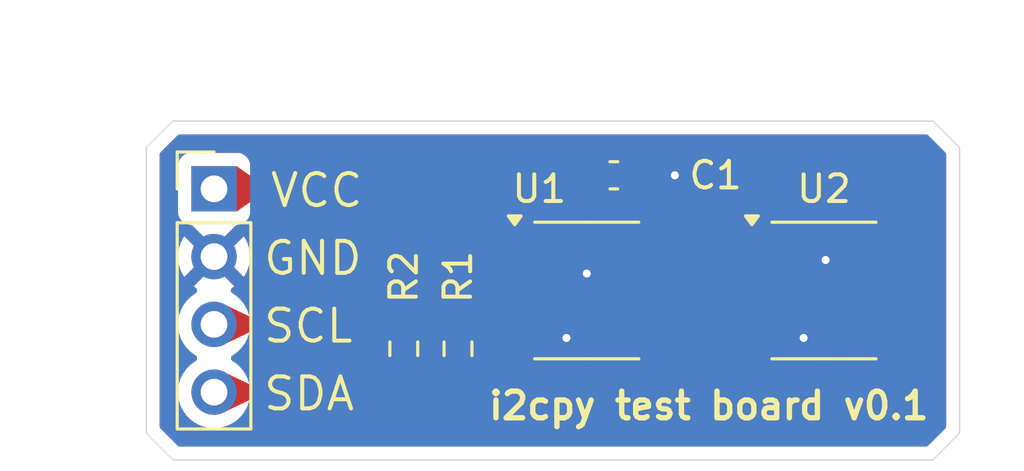
<source format=kicad_pcb>
(kicad_pcb (version 20241229) (generator "pcbnew") (generator_version "9.0")
  (layers (0 "F.Cu" signal) (2 "B.Cu" signal) (13 "F.Paste" user) (15 "B.Paste" user) (5 "F.SilkS" user "F.Silkscreen") (7 "B.SilkS" user "B.Silkscreen") (1 "F.Mask" user) (3 "B.Mask" user) (25 "Edge.Cuts" user))
  (net 0 "")
  (net 1 "GND")
  (net 2 "SDA")
  (net 3 "SCL")
  (net 4 "VCC")
  (footprint "Capacitor_SMD:C_0603_1608Metric_Pad1.08x0.95mm_HandSolder" (layer "F.Cu") (at 102.616 78.232)
    (property "Reference" "C1" (at 3.81 0 180) (layer "F.SilkS"))
    (property "Value" "100nF")
    (fp_line (start -0.146267 -0.51) (end 0.146267 -0.51) (stroke (width 0.12)) (layer "F.SilkS"))
    (fp_line (start -0.146267 0.51) (end 0.146267 0.51) (stroke (width 0.12)) (layer "F.SilkS"))
    (pad "1" smd roundrect (at -0.8625 0) (size 1.075 0.95) (layers "F.Cu" "F.Mask" "F.Paste") (net 4 "VCC"))
    (pad "2" smd roundrect (at 0.8625 0) (size 1.075 0.95) (layers "F.Cu" "F.Mask" "F.Paste") (net 1 "GND"))
  )
  (footprint "Package_SO:SOIC-8_3.9x4.9mm_P1.27mm" (layer "F.Cu") (at 110.49 82.55)
    (property "Reference" "U2" (at 0 -3.81 0) (layer "F.SilkS"))
    (property "Value" "AT24C32D-SSHM-T")
    (fp_line (start 0 -2.56) (end -1.95 -2.56) (stroke (width 0.12)) (layer "F.SilkS"))
    (fp_line (start 0 -2.56) (end 1.95 -2.56) (stroke (width 0.12)) (layer "F.SilkS"))
    (fp_line (start 0 2.56) (end -1.95 2.56) (stroke (width 0.12)) (layer "F.SilkS"))
    (fp_line (start 0 2.56) (end 1.95 2.56) (stroke (width 0.12)) (layer "F.SilkS"))
    (fp_poly (pts (xy -2.7 -2.465) (xy -2.94 -2.795) (xy -2.46 -2.795)) (stroke (width 0.12)) (fill yes) (layer "F.SilkS"))
    (pad "1" smd roundrect (at -2.475 -1.905) (size 1.95 0.6) (layers "F.Cu" "F.Mask" "F.Paste") (net 1 "GND"))
    (pad "2" smd roundrect (at -2.475 -0.635) (size 1.95 0.6) (layers "F.Cu" "F.Mask" "F.Paste") (net 4 "VCC"))
    (pad "3" smd roundrect (at -2.475 0.635) (size 1.95 0.6) (layers "F.Cu" "F.Mask" "F.Paste") (net 1 "GND"))
    (pad "4" smd roundrect (at -2.475 1.905) (size 1.95 0.6) (layers "F.Cu" "F.Mask" "F.Paste") (net 1 "GND"))
    (pad "5" smd roundrect (at 2.475 1.905) (size 1.95 0.6) (layers "F.Cu" "F.Mask" "F.Paste") (net 2 "SDA"))
    (pad "6" smd roundrect (at 2.475 0.635) (size 1.95 0.6) (layers "F.Cu" "F.Mask" "F.Paste") (net 3 "SCL"))
    (pad "7" smd roundrect (at 2.475 -0.635) (size 1.95 0.6) (layers "F.Cu" "F.Mask" "F.Paste") (net 1 "GND"))
    (pad "8" smd roundrect (at 2.475 -1.905) (size 1.95 0.6) (layers "F.Cu" "F.Mask" "F.Paste") (net 4 "VCC"))
  )
  (footprint "Package_SO:SOIC-8_3.9x4.9mm_P1.27mm" (layer "F.Cu") (at 101.6 82.55)
    (property "Reference" "U1" (at -1.778 -3.81 0) (layer "F.SilkS"))
    (property "Value" "AT24C02C-SSHM-T")
    (fp_line (start 0 -2.56) (end -1.95 -2.56) (stroke (width 0.12)) (layer "F.SilkS"))
    (fp_line (start 0 -2.56) (end 1.95 -2.56) (stroke (width 0.12)) (layer "F.SilkS"))
    (fp_line (start 0 2.56) (end -1.95 2.56) (stroke (width 0.12)) (layer "F.SilkS"))
    (fp_line (start 0 2.56) (end 1.95 2.56) (stroke (width 0.12)) (layer "F.SilkS"))
    (fp_poly (pts (xy -2.7 -2.465) (xy -2.94 -2.795) (xy -2.46 -2.795)) (stroke (width 0.12)) (fill yes) (layer "F.SilkS"))
    (pad "1" smd roundrect (at -2.475 -1.905) (size 1.95 0.6) (layers "F.Cu" "F.Mask" "F.Paste") (net 4 "VCC"))
    (pad "2" smd roundrect (at -2.475 -0.635) (size 1.95 0.6) (layers "F.Cu" "F.Mask" "F.Paste") (net 1 "GND"))
    (pad "3" smd roundrect (at -2.475 0.635) (size 1.95 0.6) (layers "F.Cu" "F.Mask" "F.Paste") (net 1 "GND"))
    (pad "4" smd roundrect (at -2.475 1.905) (size 1.95 0.6) (layers "F.Cu" "F.Mask" "F.Paste") (net 1 "GND"))
    (pad "5" smd roundrect (at 2.475 1.905) (size 1.95 0.6) (layers "F.Cu" "F.Mask" "F.Paste") (net 2 "SDA"))
    (pad "6" smd roundrect (at 2.475 0.635) (size 1.95 0.6) (layers "F.Cu" "F.Mask" "F.Paste") (net 3 "SCL"))
    (pad "7" smd roundrect (at 2.475 -0.635) (size 1.95 0.6) (layers "F.Cu" "F.Mask" "F.Paste") (net 1 "GND"))
    (pad "8" smd roundrect (at 2.475 -1.905) (size 1.95 0.6) (layers "F.Cu" "F.Mask" "F.Paste") (net 4 "VCC"))
  )
  (footprint "Resistor_SMD:R_0603_1608Metric_Pad0.98x0.95mm_HandSolder" (layer "F.Cu") (at 94.742 84.7325 -90)
    (property "Reference" "R2" (at -2.6905 0 90) (layer "F.SilkS"))
    (property "Value" "4.7K")
    (fp_line (start -0.254724 0.5225) (end 0.254724 0.5225) (stroke (width 0.12)) (layer "F.SilkS"))
    (fp_line (start -0.254724 -0.5225) (end 0.254724 -0.5225) (stroke (width 0.12)) (layer "F.SilkS"))
    (pad "1" smd roundrect (at -0.9125 0 270) (size 0.975 0.95) (layers "F.Cu" "F.Mask" "F.Paste") (net 4 "VCC"))
    (pad "2" smd roundrect (at 0.9125 0 270) (size 0.975 0.95) (layers "F.Cu" "F.Mask" "F.Paste") (net 3 "SCL"))
  )
  (footprint "Resistor_SMD:R_0603_1608Metric_Pad0.98x0.95mm_HandSolder" (layer "F.Cu") (at 96.774 84.7325 -90)
    (property "Reference" "R1" (at -2.6905 0 90) (layer "F.SilkS"))
    (property "Value" "4.7K")
    (fp_line (start -0.254724 0.5225) (end 0.254724 0.5225) (stroke (width 0.12)) (layer "F.SilkS"))
    (fp_line (start -0.254724 -0.5225) (end 0.254724 -0.5225) (stroke (width 0.12)) (layer "F.SilkS"))
    (pad "1" smd roundrect (at -0.9125 0 270) (size 0.975 0.95) (layers "F.Cu" "F.Mask" "F.Paste") (net 4 "VCC"))
    (pad "2" smd roundrect (at 0.9125 0 270) (size 0.975 0.95) (layers "F.Cu" "F.Mask" "F.Paste") (net 2 "SDA"))
  )
  (footprint "Connector_PinHeader_2.54mm:PinHeader_1x04_P2.54mm_Vertical" (layer "F.Cu") (at 87.63 78.739293)
    (property "Reference" "J1" (hide yes))
    (property "Value" "Conn_01x04_Pin")
    (fp_line (start -1.38 -1.38) (end 0 -1.38) (stroke (width 0.12)) (layer "F.SilkS"))
    (fp_line (start -1.38 0) (end -1.38 -1.38) (stroke (width 0.12)) (layer "F.SilkS"))
    (fp_line (start -1.38 1.27) (end -1.38 9) (stroke (width 0.12)) (layer "F.SilkS"))
    (fp_line (start -1.38 1.27) (end 1.38 1.27) (stroke (width 0.12)) (layer "F.SilkS"))
    (fp_line (start -1.38 9) (end 1.38 9) (stroke (width 0.12)) (layer "F.SilkS"))
    (fp_line (start 1.38 1.27) (end 1.38 9) (stroke (width 0.12)) (layer "F.SilkS"))
    (pad "1" thru_hole rect (at 0 0) (size 1.7 1.7) (drill 1) (layers "*.Cu" "*.Mask") (net 4 "VCC"))
    (pad "2" thru_hole circle (at 0 2.54) (size 1.7 1.7) (drill 1) (layers "*.Cu" "*.Mask") (net 1 "GND"))
    (pad "3" thru_hole circle (at 0 5.08) (size 1.7 1.7) (drill 1) (layers "*.Cu" "*.Mask") (net 3 "SCL"))
    (pad "4" thru_hole circle (at 0 7.62) (size 1.7 1.7) (drill 1) (layers "*.Cu" "*.Mask") (net 2 "SDA"))
  )
  (gr_line (start 114.57 76.2) (end 115.57 77.2) (stroke (width 0.05)) (layer "Edge.Cuts"))
  (gr_line (start 114.57 88.9) (end 115.57 87.9) (stroke (width 0.05)) (layer "Edge.Cuts"))
  (gr_line (start 86.09 76.2) (end 85.09 77.2) (stroke (width 0.05)) (layer "Edge.Cuts"))
  (gr_line (start 86.09 88.9) (end 85.09 87.9) (stroke (width 0.05)) (layer "Edge.Cuts"))
  (gr_line (start 115.57 87.9) (end 115.57 77.2) (stroke (width 0.05)) (layer "Edge.Cuts"))
  (gr_line (start 114.57 76.2) (end 86.09 76.2) (stroke (width 0.05)) (layer "Edge.Cuts"))
  (gr_line (start 85.09 87.9) (end 85.09 77.2) (stroke (width 0.05)) (layer "Edge.Cuts"))
  (gr_line (start 114.57 88.9) (end 86.09 88.9) (stroke (width 0.05)) (layer "Edge.Cuts"))
  (gr_text "GND" (at 89.408 82.042 0) (layer "F.SilkS") (effects (font (size 1.2 1.2)) (justify left bottom)))
  (gr_text "VCC" (at 89.662 79.502 0) (layer "F.SilkS") (effects (font (size 1.2 1.2)) (justify left bottom)))
  (gr_text "i2cpy test board v0.1" (at 106.172 86.868 0) (layer "F.SilkS") (effects (font (size 1 1) (thickness 0.2) (bold yes))))
  (gr_text "SCL" (at 89.408 84.582 0) (layer "F.SilkS") (effects (font (size 1.2 1.2)) (justify left bottom)))
  (gr_text "SDA" (at 89.408 87.122 0) (layer "F.SilkS") (effects (font (size 1.2 1.2)) (justify left bottom)))
  (segment (start 99.125 81.915) (end 99.125 84.455) (width 0.254) (layer "F.Cu") (net 1))
  (segment (start 101.6 81.915) (end 99.125 81.915) (width 0.254) (layer "F.Cu") (net 1))
  (segment (start 110.552 81.407) (end 109.79 80.645) (width 0.254) (layer "F.Cu") (net 1))
  (segment (start 111.06 81.915) (end 112.965 81.915) (width 0.254) (layer "F.Cu") (net 1))
  (segment (start 109.601 84.455) (end 108.015 84.455) (width 0.254) (layer "F.Cu") (net 1))
  (segment (start 109.79 80.645) (end 108.015 80.645) (width 0.254) (layer "F.Cu") (net 1))
  (segment (start 103.4785 78.232) (end 104.902 78.232) (width 0.508) (layer "F.Cu") (net 1))
  (segment (start 110.552 81.407) (end 111.06 81.915) (width 0.254) (layer "F.Cu") (net 1))
  (segment (start 108.015 83.185) (end 108.015 84.455) (width 0.254) (layer "F.Cu") (net 1))
  (segment (start 109.728 84.328) (end 109.601 84.455) (width 0.254) (layer "F.Cu") (net 1))
  (segment (start 104.075 81.915) (end 101.6 81.915) (width 0.254) (layer "F.Cu") (net 1))
  (segment (start 100.711 84.455) (end 99.125 84.455) (width 0.254) (layer "F.Cu") (net 1))
  (via (at 109.728 84.328) (size 0.6) (drill 0.3) (layers "F.Cu" "B.Cu") (net 1))
  (via (at 101.6 81.915) (size 0.6) (drill 0.3) (layers "F.Cu" "B.Cu") (net 1))
  (via (at 110.552 81.407) (size 0.6) (drill 0.3) (layers "F.Cu" "B.Cu") (net 1))
  (via (at 104.902 78.232) (size 0.6) (drill 0.3) (layers "F.Cu" "B.Cu") (net 1))
  (via (at 100.838 84.328) (size 0.6) (drill 0.3) (layers "F.Cu" "B.Cu") (net 1))
  (segment (start 87.63 86.359293) (end 90.169293 86.359293) (width 0.254) (layer "F.Cu") (net 2))
  (segment (start 111.822 85.598) (end 112.965 84.455) (width 0.254) (layer "F.Cu") (net 2))
  (segment (start 96.774 85.645) (end 95.805 86.614) (width 0.254) (layer "F.Cu") (net 2))
  (segment (start 97.52 86.391) (end 102.139 86.391) (width 0.254) (layer "F.Cu") (net 2))
  (segment (start 97.52 86.391) (end 96.774 85.645) (width 0.254) (layer "F.Cu") (net 2))
  (segment (start 91.44 86.36) (end 90.17 86.36) (width 0.254) (layer "F.Cu") (net 2))
  (segment (start 102.139 86.391) (end 104.075 84.455) (width 0.254) (layer "F.Cu") (net 2))
  (segment (start 95.805 86.614) (end 91.694 86.614) (width 0.254) (layer "F.Cu") (net 2))
  (segment (start 90.169293 86.359293) (end 90.17 86.36) (width 0.254) (layer "F.Cu") (net 2))
  (segment (start 91.694 86.614) (end 91.44 86.36) (width 0.254) (layer "F.Cu") (net 2))
  (segment (start 105.218 85.598) (end 111.887 85.598) (width 0.254) (layer "F.Cu") (net 2))
  (segment (start 104.075 84.455) (end 105.218 85.598) (width 0.254) (layer "F.Cu") (net 2))
  (segment (start 88.9 83.82) (end 88.899293 83.819293) (width 0.254) (layer "F.Cu") (net 3))
  (segment (start 105.918 82.55) (end 112.395 82.55) (width 0.254) (layer "F.Cu") (net 3))
  (segment (start 98.298 85.598) (end 97.5295 84.8295) (width 0.254) (layer "F.Cu") (net 3))
  (segment (start 105.283 83.185) (end 105.918 82.55) (width 0.254) (layer "F.Cu") (net 3))
  (segment (start 104.075 83.185) (end 103.505 83.185) (width 0.254) (layer "F.Cu") (net 3))
  (segment (start 91.44 83.82) (end 88.9 83.82) (width 0.254) (layer "F.Cu") (net 3))
  (segment (start 88.899293 83.819293) (end 87.63 83.819293) (width 0.254) (layer "F.Cu") (net 3))
  (segment (start 104.075 83.185) (end 105.283 83.185) (width 0.254) (layer "F.Cu") (net 3))
  (segment (start 103.505 83.185) (end 101.092 85.598) (width 0.254) (layer "F.Cu") (net 3))
  (segment (start 95.5575 84.8295) (end 94.742 85.645) (width 0.254) (layer "F.Cu") (net 3))
  (segment (start 97.5295 84.8295) (end 95.5575 84.8295) (width 0.254) (layer "F.Cu") (net 3))
  (segment (start 112.33 82.55) (end 112.965 83.185) (width 0.254) (layer "F.Cu") (net 3))
  (segment (start 101.092 85.598) (end 98.298 85.598) (width 0.254) (layer "F.Cu") (net 3))
  (segment (start 94.742 85.645) (end 93.265 85.645) (width 0.254) (layer "F.Cu") (net 3))
  (segment (start 93.265 85.645) (end 91.44 83.82) (width 0.254) (layer "F.Cu") (net 3))
  (segment (start 105.156 79.502) (end 111.887 79.502) (width 0.508) (layer "F.Cu") (net 4))
  (segment (start 89.661293 78.739293) (end 87.63 78.739293) (width 0.254) (layer "F.Cu") (net 4))
  (segment (start 94.742 83.82) (end 89.661293 78.739293) (width 0.254) (layer "F.Cu") (net 4))
  (segment (start 104.075 80.583) (end 105.156 79.502) (width 0.508) (layer "F.Cu") (net 4))
  (segment (start 105.537 80.645) (end 104.075 80.645) (width 0.254) (layer "F.Cu") (net 4))
  (segment (start 94.742 83.82) (end 96.774 83.82) (width 0.254) (layer "F.Cu") (net 4))
  (segment (start 104.075 80.645) (end 101.662 78.232) (width 0.508) (layer "F.Cu") (net 4))
  (segment (start 111.822 79.502) (end 112.965 80.645) (width 0.508) (layer "F.Cu") (net 4))
  (segment (start 108.015 81.915) (end 106.807 81.915) (width 0.254) (layer "F.Cu") (net 4))
  (segment (start 104.075 80.645) (end 104.075 80.583) (width 0.254) (layer "F.Cu") (net 4))
  (segment (start 99.125 80.645) (end 104.075 80.645) (width 0.254) (layer "F.Cu") (net 4))
  (segment (start 106.807 81.915) (end 105.537 80.645) (width 0.254) (layer "F.Cu") (net 4))
  (segment (start 101.246207 78.739293) (end 87.63 78.739293) (width 0.508) (layer "F.Cu") (net 4))
  (segment (start 101.662 78.3235) (end 101.246207 78.739293) (width 0.508) (layer "F.Cu") (net 4))
  (zone (net 1) (net_name "GND") (layers "F.Cu" "B.Cu") (connect_pads (clearance 0.5)) (min_thickness 0.25) (fill yes (thermal_gap 0.5) (thermal_bridge_width 0.5))
    (polygon (pts (xy 85.09 76.2) (xy 115.57 76.2) (xy 115.57 88.9) (xy 85.09 88.9)))
  )
)
</source>
